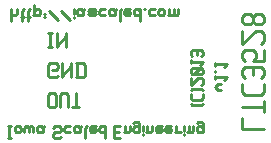
<source format=gbr>
G04 start of page 8 for group -4078 idx -4078 *
G04 Title: (unknown), bottomsilk *
G04 Creator: pcb 20110918 *
G04 CreationDate: Sun 03 Feb 2013 01:26:42 AM GMT UTC *
G04 For: petersen *
G04 Format: Gerber/RS-274X *
G04 PCB-Dimensions: 100000 50000 *
G04 PCB-Coordinate-Origin: lower left *
%MOIN*%
%FSLAX25Y25*%
%LNBOTTOMSILK*%
%ADD41C,0.0100*%
G54D41*X81650Y6000D02*X88730D01*
X81650D02*Y9540D01*
X88730Y11664D02*Y15204D01*
X81650Y13434D02*X88730D01*
X81650Y18213D02*Y20868D01*
X82535Y17328D02*X81650Y18213D01*
X82535Y17328D02*X87845D01*
X88730Y18213D01*
Y20868D01*
X87845Y22992D02*X88730Y23877D01*
Y25647D01*
X87845Y26532D01*
X82535D02*X87845D01*
X81650Y25647D02*X82535Y26532D01*
X81650Y23877D02*Y25647D01*
X82535Y22992D02*X81650Y23877D01*
X85190D02*Y26532D01*
X88730Y28656D02*Y32196D01*
X85190Y28656D02*X88730D01*
X85190D02*X86075Y29541D01*
Y31311D01*
X85190Y32196D01*
X82535D02*X85190D01*
X81650Y31311D02*X82535Y32196D01*
X81650Y29541D02*Y31311D01*
X82535Y28656D02*X81650Y29541D01*
X87845Y34320D02*X88730Y35205D01*
Y37860D01*
X87845Y38745D01*
X86075D02*X87845D01*
X81650Y34320D02*X86075Y38745D01*
X81650Y34320D02*Y38745D01*
X82535Y40869D02*X81650Y41754D01*
X82535Y40869D02*X84305D01*
X85190Y41754D01*
Y43524D01*
X84305Y44409D01*
X82535D02*X84305D01*
X81650Y43524D02*X82535Y44409D01*
X81650Y41754D02*Y43524D01*
X86075Y40869D02*X85190Y41754D01*
X86075Y40869D02*X87845D01*
X88730Y41754D01*
Y43524D01*
X87845Y44409D01*
X86075D02*X87845D01*
X85190Y43524D02*X86075Y44409D01*
X73500Y19000D02*X74500D01*
X73500D02*X72500Y20000D01*
X73500Y21000D01*
X74500D01*
X72500Y22700D02*Y23700D01*
Y23200D02*X76500D01*
X75500Y22200D02*X76500Y23200D01*
X72500Y24900D02*Y25400D01*
Y27100D02*Y28100D01*
Y27600D02*X76500D01*
X75500Y26600D02*X76500Y27600D01*
X17000Y33220D02*X18220D01*
X17610D02*Y38100D01*
X17000D02*X18220D01*
X19684Y33220D02*Y38100D01*
Y33220D02*Y33830D01*
X22734Y36880D01*
Y33220D02*Y38100D01*
X19440Y23220D02*X20050Y23830D01*
X17610Y23220D02*X19440D01*
X17000Y23830D02*X17610Y23220D01*
X17000Y23830D02*Y27490D01*
X17610Y28100D01*
X19440D01*
X20050Y27490D01*
Y26270D02*Y27490D01*
X19440Y25660D02*X20050Y26270D01*
X18220Y25660D02*X19440D01*
X21514Y23220D02*Y28100D01*
Y23220D02*Y23830D01*
X24564Y26880D01*
Y23220D02*Y28100D01*
X26638Y23220D02*Y28100D01*
X28468Y23220D02*X29078Y23830D01*
Y27490D01*
X28468Y28100D02*X29078Y27490D01*
X26028Y28100D02*X28468D01*
X26028Y23220D02*X28468D01*
X17000Y13830D02*Y17490D01*
Y13830D02*X17610Y13220D01*
X18830D01*
X19440Y13830D01*
Y17490D01*
X18830Y18100D02*X19440Y17490D01*
X17610Y18100D02*X18830D01*
X17000Y17490D02*X17610Y18100D01*
X20904Y13220D02*Y17490D01*
X21514Y18100D01*
X22734D01*
X23344Y17490D01*
Y13220D02*Y17490D01*
X24808Y13220D02*X27248D01*
X26028D02*Y18100D01*
X3500Y3000D02*X4500D01*
X4000D02*Y7000D01*
X3500D02*X4500D01*
X5700Y5500D02*Y6500D01*
Y5500D02*X6200Y5000D01*
X7200D01*
X7700Y5500D01*
Y6500D01*
X7200Y7000D02*X7700Y6500D01*
X6200Y7000D02*X7200D01*
X5700Y6500D02*X6200Y7000D01*
X8900Y5000D02*Y6500D01*
X9400Y7000D01*
X9900D01*
X10400Y6500D01*
Y5000D02*Y6500D01*
X10900Y7000D01*
X11400D01*
X11900Y6500D01*
Y5000D02*Y6500D01*
X14600Y5000D02*X15100Y5500D01*
X13600Y5000D02*X14600D01*
X13100Y5500D02*X13600Y5000D01*
X13100Y5500D02*Y6500D01*
X13600Y7000D01*
X15100Y5000D02*Y6500D01*
X15600Y7000D01*
X13600D02*X14600D01*
X15100Y6500D01*
X20600Y3000D02*X21100Y3500D01*
X19100Y3000D02*X20600D01*
X18600Y3500D02*X19100Y3000D01*
X18600Y3500D02*Y4500D01*
X19100Y5000D01*
X20600D01*
X21100Y5500D01*
Y6500D01*
X20600Y7000D02*X21100Y6500D01*
X19100Y7000D02*X20600D01*
X18600Y6500D02*X19100Y7000D01*
X22800Y5000D02*X24300D01*
X22300Y5500D02*X22800Y5000D01*
X22300Y5500D02*Y6500D01*
X22800Y7000D01*
X24300D01*
X27000Y5000D02*X27500Y5500D01*
X26000Y5000D02*X27000D01*
X25500Y5500D02*X26000Y5000D01*
X25500Y5500D02*Y6500D01*
X26000Y7000D01*
X27500Y5000D02*Y6500D01*
X28000Y7000D01*
X26000D02*X27000D01*
X27500Y6500D01*
X29200Y3000D02*Y6500D01*
X29700Y7000D01*
X31200D02*X32700D01*
X30700Y6500D02*X31200Y7000D01*
X30700Y5500D02*Y6500D01*
Y5500D02*X31200Y5000D01*
X32200D01*
X32700Y5500D01*
X30700Y6000D02*X32700D01*
Y5500D02*Y6000D01*
X35900Y3000D02*Y7000D01*
X35400D02*X35900Y6500D01*
X34400Y7000D02*X35400D01*
X33900Y6500D02*X34400Y7000D01*
X33900Y5500D02*Y6500D01*
Y5500D02*X34400Y5000D01*
X35400D01*
X35900Y5500D01*
X38900Y5000D02*X40400D01*
X38900Y7000D02*X40900D01*
X38900Y3000D02*Y7000D01*
Y3000D02*X40900D01*
X42600Y5500D02*Y7000D01*
Y5500D02*X43100Y5000D01*
X43600D01*
X44100Y5500D01*
Y7000D01*
X42100Y5000D02*X42600Y5500D01*
X46800Y5000D02*X47300Y5500D01*
X45800Y5000D02*X46800D01*
X45300Y5500D02*X45800Y5000D01*
X45300Y5500D02*Y6500D01*
X45800Y7000D01*
X46800D01*
X47300Y6500D01*
X45300Y8000D02*X45800Y8500D01*
X46800D01*
X47300Y8000D01*
Y5000D02*Y8000D01*
X48500Y4000D02*Y4500D01*
Y5500D02*Y7000D01*
X50000Y5500D02*Y7000D01*
Y5500D02*X50500Y5000D01*
X51000D01*
X51500Y5500D01*
Y7000D01*
X49500Y5000D02*X50000Y5500D01*
X53200Y7000D02*X54700D01*
X52700Y6500D02*X53200Y7000D01*
X52700Y5500D02*Y6500D01*
Y5500D02*X53200Y5000D01*
X54200D01*
X54700Y5500D01*
X52700Y6000D02*X54700D01*
Y5500D02*Y6000D01*
X56400Y7000D02*X57900D01*
X55900Y6500D02*X56400Y7000D01*
X55900Y5500D02*Y6500D01*
Y5500D02*X56400Y5000D01*
X57400D01*
X57900Y5500D01*
X55900Y6000D02*X57900D01*
Y5500D02*Y6000D01*
X59600Y5500D02*Y7000D01*
Y5500D02*X60100Y5000D01*
X61100D01*
X59100D02*X59600Y5500D01*
X62300Y4000D02*Y4500D01*
Y5500D02*Y7000D01*
X63800Y5500D02*Y7000D01*
Y5500D02*X64300Y5000D01*
X64800D01*
X65300Y5500D01*
Y7000D01*
X63300Y5000D02*X63800Y5500D01*
X68000Y5000D02*X68500Y5500D01*
X67000Y5000D02*X68000D01*
X66500Y5500D02*X67000Y5000D01*
X66500Y5500D02*Y6500D01*
X67000Y7000D01*
X68000D01*
X68500Y6500D01*
X66500Y8000D02*X67000Y8500D01*
X68000D01*
X68500Y8000D01*
Y5000D02*Y8000D01*
X4500Y42000D02*Y46000D01*
Y44500D02*X5000Y44000D01*
X6000D01*
X6500Y44500D01*
Y46000D01*
X8200Y42000D02*Y45500D01*
X8700Y46000D01*
X7700Y43500D02*X8700D01*
X10200Y42000D02*Y45500D01*
X10700Y46000D01*
X9700Y43500D02*X10700D01*
X12200Y44500D02*Y47500D01*
X11700Y44000D02*X12200Y44500D01*
X12700Y44000D01*
X13700D01*
X14200Y44500D01*
Y45500D01*
X13700Y46000D02*X14200Y45500D01*
X12700Y46000D02*X13700D01*
X12200Y45500D02*X12700Y46000D01*
X15400Y43500D02*X15900D01*
X15400Y44500D02*X15900D01*
X17100Y45500D02*X20100Y42500D01*
X21300Y45500D02*X24300Y42500D01*
X25500Y43000D02*Y43500D01*
Y44500D02*Y46000D01*
X28000Y44000D02*X28500Y44500D01*
X27000Y44000D02*X28000D01*
X26500Y44500D02*X27000Y44000D01*
X26500Y44500D02*Y45500D01*
X27000Y46000D01*
X28500Y44000D02*Y45500D01*
X29000Y46000D01*
X27000D02*X28000D01*
X28500Y45500D01*
X30700Y46000D02*X32200D01*
X32700Y45500D01*
X32200Y45000D02*X32700Y45500D01*
X30700Y45000D02*X32200D01*
X30200Y44500D02*X30700Y45000D01*
X30200Y44500D02*X30700Y44000D01*
X32200D01*
X32700Y44500D01*
X30200Y45500D02*X30700Y46000D01*
X34400Y44000D02*X35900D01*
X33900Y44500D02*X34400Y44000D01*
X33900Y44500D02*Y45500D01*
X34400Y46000D01*
X35900D01*
X38600Y44000D02*X39100Y44500D01*
X37600Y44000D02*X38600D01*
X37100Y44500D02*X37600Y44000D01*
X37100Y44500D02*Y45500D01*
X37600Y46000D01*
X39100Y44000D02*Y45500D01*
X39600Y46000D01*
X37600D02*X38600D01*
X39100Y45500D01*
X40800Y42000D02*Y45500D01*
X41300Y46000D01*
X42800D02*X44300D01*
X42300Y45500D02*X42800Y46000D01*
X42300Y44500D02*Y45500D01*
Y44500D02*X42800Y44000D01*
X43800D01*
X44300Y44500D01*
X42300Y45000D02*X44300D01*
Y44500D02*Y45000D01*
X47500Y42000D02*Y46000D01*
X47000D02*X47500Y45500D01*
X46000Y46000D02*X47000D01*
X45500Y45500D02*X46000Y46000D01*
X45500Y44500D02*Y45500D01*
Y44500D02*X46000Y44000D01*
X47000D01*
X47500Y44500D01*
X48700Y46000D02*X49200D01*
X50900Y44000D02*X52400D01*
X50400Y44500D02*X50900Y44000D01*
X50400Y44500D02*Y45500D01*
X50900Y46000D01*
X52400D01*
X53600Y44500D02*Y45500D01*
Y44500D02*X54100Y44000D01*
X55100D01*
X55600Y44500D01*
Y45500D01*
X55100Y46000D02*X55600Y45500D01*
X54100Y46000D02*X55100D01*
X53600Y45500D02*X54100Y46000D01*
X57300Y44500D02*Y46000D01*
Y44500D02*X57800Y44000D01*
X58300D01*
X58800Y44500D01*
Y46000D01*
Y44500D02*X59300Y44000D01*
X59800D01*
X60300Y44500D01*
Y46000D01*
X56800Y44000D02*X57300Y44500D01*
X65000Y14000D02*X64500Y14500D01*
X68000Y14000D02*X68500Y14500D01*
X65000Y14000D02*X68000D01*
X64500Y16200D02*Y17700D01*
X65000Y15700D02*X64500Y16200D01*
X65000Y15700D02*X68000D01*
X68500Y16200D01*
Y17700D01*
Y18900D02*X68000Y19400D01*
X65000D02*X68000D01*
X64500Y18900D02*X65000Y19400D01*
X68000Y20600D02*X68500Y21100D01*
Y22600D01*
X68000Y23100D01*
X67000D02*X68000D01*
X64500Y20600D02*X67000Y23100D01*
X64500Y20600D02*Y23100D01*
X65000Y24300D02*X64500Y24800D01*
X65000Y24300D02*X68000D01*
X68500Y24800D01*
Y25800D01*
X68000Y26300D01*
X65000D02*X68000D01*
X64500Y25800D02*X65000Y26300D01*
X64500Y24800D02*Y25800D01*
X65500Y24300D02*X67500Y26300D01*
X64500Y28000D02*Y29000D01*
Y28500D02*X68500D01*
X67500Y27500D02*X68500Y28500D01*
X68000Y30200D02*X68500Y30700D01*
Y31700D01*
X68000Y32200D01*
X65000D02*X68000D01*
X64500Y31700D02*X65000Y32200D01*
X64500Y30700D02*Y31700D01*
X65000Y30200D02*X64500Y30700D01*
X66500D02*Y32200D01*
M02*

</source>
